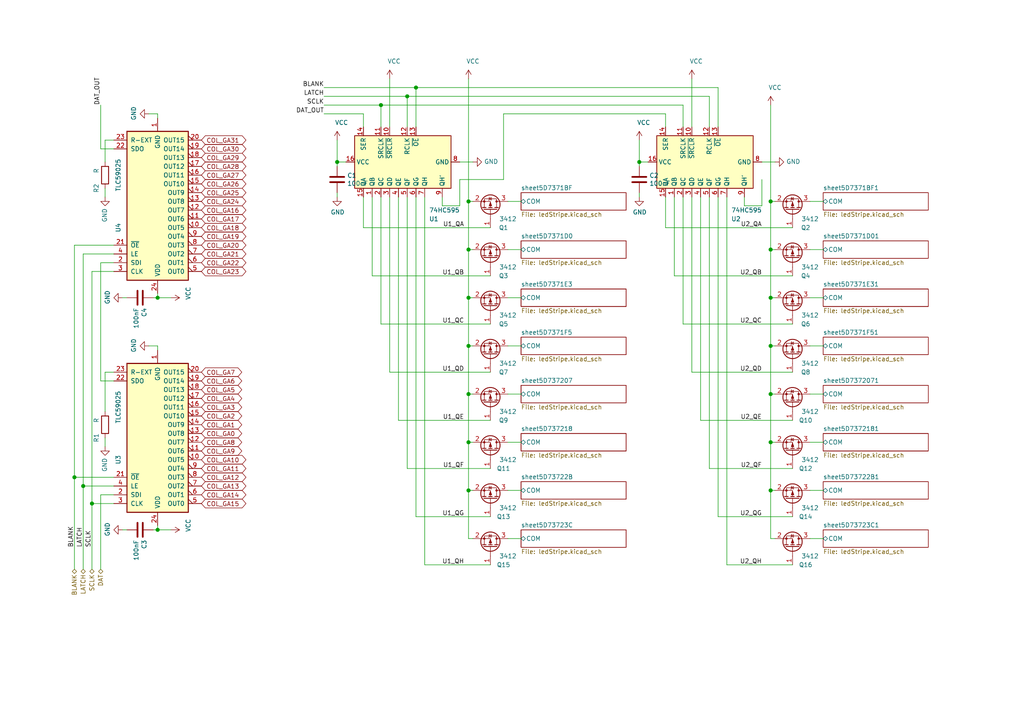
<source format=kicad_sch>
(kicad_sch (version 20200828) (generator eeschema)
  (page 3 20)
  (paper "A4")
  (title_block (title "LED Driver with 12 RGB common anode LEDs") (rev "1.0"))
  (lib_symbols
    (symbol "74xx:74HC595"
      (property "Reference" "U" (at -7.62 13.97 0))
      (property "Value" "74HC595" (at -7.62 -16.51 0))
      (symbol "74HC595_1_1"
        (rectangle (start -7.62 12.7) (end 7.62 -15.24) (stroke (width 0.254)) (fill (type background)))
      )
      (symbol "74HC595_1_0"
        (pin tri_state line (at 10.16 7.62 180) (length 2.54) (name "QB") (number "1"))
        (pin input line (at -10.16 2.54 0) (length 2.54) (name "~SRCLR") (number "10"))
        (pin input line (at -10.16 5.08 0) (length 2.54) (name "SRCLK") (number "11"))
        (pin input line (at -10.16 -2.54 0) (length 2.54) (name "RCLK") (number "12"))
        (pin input line (at -10.16 -5.08 0) (length 2.54) (name "~OE") (number "13"))
        (pin input line (at -10.16 10.16 0) (length 2.54) (name "SER") (number "14"))
        (pin tri_state line (at 10.16 10.16 180) (length 2.54) (name "QA") (number "15"))
        (pin power_in line (at 0 15.24 270) (length 2.54) (name "VCC") (number "16"))
        (pin tri_state line (at 10.16 5.08 180) (length 2.54) (name "QC") (number "2"))
        (pin tri_state line (at 10.16 2.54 180) (length 2.54) (name "QD") (number "3"))
        (pin tri_state line (at 10.16 0 180) (length 2.54) (name "QE") (number "4"))
        (pin tri_state line (at 10.16 -2.54 180) (length 2.54) (name "QF") (number "5"))
        (pin tri_state line (at 10.16 -5.08 180) (length 2.54) (name "QG") (number "6"))
        (pin tri_state line (at 10.16 -7.62 180) (length 2.54) (name "QH") (number "7"))
        (pin power_in line (at 0 -17.78 90) (length 2.54) (name "GND") (number "8"))
        (pin output line (at 10.16 -12.7 180) (length 2.54) (name "QH'") (number "9"))
      )
    )
    (symbol "Device:C" (pin_numbers hide) (pin_names (offset 0.254))
      (property "Reference" "C" (at 0.635 2.54 0))
      (property "Value" "C" (at 0.635 -2.54 0))
      (symbol "C_0_1"
        (polyline (pts (xy -2.032 -0.762) (xy 2.032 -0.762)) (stroke (width 0.508)))
        (polyline (pts (xy -2.032 0.762) (xy 2.032 0.762)) (stroke (width 0.508)))
      )
      (symbol "C_1_1"
        (pin passive line (at 0 3.81 270) (length 2.794) (name "~") (number "1"))
        (pin passive line (at 0 -3.81 90) (length 2.794) (name "~") (number "2"))
      )
    )
    (symbol "Device:Q_PMOS_GSD" (pin_names (offset 0) hide)
      (property "Reference" "Q" (at 5.08 1.27 0))
      (property "Value" "Q_PMOS_GSD" (at 5.08 -1.27 0))
      (symbol "Q_PMOS_GSD_0_1"
        (circle (center 1.651 0) (radius 2.794) (stroke (width 0.254)))
        (circle (center 2.54 -1.778) (radius 0.254) (fill (type outline)))
        (circle (center 2.54 1.778) (radius 0.254) (fill (type outline)))
        (polyline (pts (xy 0.254 0) (xy -2.54 0)))
        (polyline (pts (xy 0.254 1.905) (xy 0.254 -1.905)) (stroke (width 0.254)))
        (polyline (pts (xy 0.762 -1.27) (xy 0.762 -2.286)) (stroke (width 0.254)))
        (polyline (pts (xy 0.762 0.508) (xy 0.762 -0.508)) (stroke (width 0.254)))
        (polyline (pts (xy 0.762 2.286) (xy 0.762 1.27)) (stroke (width 0.254)))
        (polyline (pts (xy 2.54 2.54) (xy 2.54 1.778)))
        (polyline (pts (xy 2.54 -2.54) (xy 2.54 0) (xy 0.762 0)))
        (polyline (pts (xy 0.762 1.778) (xy 3.302 1.778) (xy 3.302 -1.778) (xy 0.762 -1.778)))
        (polyline (pts (xy 2.286 0) (xy 1.27 0.381) (xy 1.27 -0.381) (xy 2.286 0)) (fill (type outline)))
        (polyline (pts (xy 2.794 -0.508) (xy 2.921 -0.381) (xy 3.683 -0.381) (xy 3.81 -0.254)))
        (polyline (pts (xy 3.302 -0.381) (xy 2.921 0.254) (xy 3.683 0.254) (xy 3.302 -0.381)))
      )
      (symbol "Q_PMOS_GSD_1_1"
        (pin input line (at -5.08 0 0) (length 2.54) (name "G") (number "1"))
        (pin passive line (at 2.54 -5.08 90) (length 2.54) (name "S") (number "2"))
        (pin passive line (at 2.54 5.08 270) (length 2.54) (name "D") (number "3"))
      )
    )
    (symbol "Device:R" (pin_numbers hide) (pin_names (offset 0))
      (property "Reference" "R" (at 2.032 0 90))
      (property "Value" "R" (at 0 0 90))
      (symbol "R_0_1"
        (rectangle (start -1.016 -2.54) (end 1.016 2.54) (stroke (width 0.254)))
      )
      (symbol "R_1_1"
        (pin passive line (at 0 3.81 270) (length 1.27) (name "~") (number "1"))
        (pin passive line (at 0 -3.81 90) (length 1.27) (name "~") (number "2"))
      )
    )
    (symbol "panel_r0.1-rescue:TLC59025-gkl_misc" (pin_names (offset 1.016))
      (property "Reference" "U" (at 6.35 24.13 0))
      (property "Value" "TLC59025-gkl_misc" (at 6.35 21.59 0))
      (symbol "TLC59025-gkl_misc_0_1"
        (rectangle (start -8.89 19.05) (end 8.89 -24.13) (stroke (width 0.3302)) (fill (type background)))
      )
      (symbol "TLC59025-gkl_misc_1_1"
        (pin input line (at 0 -27.94 90) (length 3.81) (name "GND") (number "1"))
        (pin output output_low (at 12.7 3.81 180) (length 3.81) (name "OUT5") (number "10"))
        (pin output output_low (at 12.7 1.27 180) (length 3.81) (name "OUT6") (number "11"))
        (pin output output_low (at 12.7 -1.27 180) (length 3.81) (name "OUT7") (number "12"))
        (pin output output_low (at 12.7 -3.81 180) (length 3.81) (name "OUT8") (number "13"))
        (pin output output_low (at 12.7 -6.35 180) (length 3.81) (name "OUT9") (number "14"))
        (pin output output_low (at 12.7 -8.89 180) (length 3.81) (name "OUT10") (number "15"))
        (pin output output_low (at 12.7 -11.43 180) (length 3.81) (name "OUT11") (number "16"))
        (pin output output_low (at 12.7 -13.97 180) (length 3.81) (name "OUT12") (number "17"))
        (pin output output_low (at 12.7 -16.51 180) (length 3.81) (name "OUT13") (number "18"))
        (pin output output_low (at 12.7 -19.05 180) (length 3.81) (name "OUT14") (number "19"))
        (pin input line (at -12.7 13.97 0) (length 3.81) (name "SDI") (number "2"))
        (pin output output_low (at 12.7 -21.59 180) (length 3.81) (name "OUT15") (number "20"))
        (pin input line (at -12.7 8.89 0) (length 3.81) (name "~OE") (number "21"))
        (pin output line (at -12.7 -19.05 0) (length 3.81) (name "SDO") (number "22"))
        (pin input line (at -12.7 -21.59 0) (length 3.81) (name "R-EXT") (number "23"))
        (pin output line (at 0 22.86 270) (length 3.81) (name "VDD") (number "24"))
        (pin input line (at -12.7 16.51 0) (length 3.81) (name "CLK") (number "3"))
        (pin input line (at -12.7 11.43 0) (length 3.81) (name "LE") (number "4"))
        (pin output output_low (at 12.7 16.51 180) (length 3.81) (name "OUT0") (number "5"))
        (pin output output_low (at 12.7 13.97 180) (length 3.81) (name "OUT1") (number "6"))
        (pin output output_low (at 12.7 11.43 180) (length 3.81) (name "OUT2") (number "7"))
        (pin output output_low (at 12.7 8.89 180) (length 3.81) (name "OUT3") (number "8"))
        (pin output output_low (at 12.7 6.35 180) (length 3.81) (name "OUT4") (number "9"))
      )
    )
    (symbol "power:GND" (power) (pin_names (offset 0))
      (property "Value" "GND" (at 0 -3.81 0))
      (symbol "GND_0_1"
        (polyline (pts (xy 0 0) (xy 0 -1.27) (xy 1.27 -1.27) (xy 0 -2.54) (xy -1.27 -1.27) (xy 0 -1.27)))
      )
      (symbol "GND_1_1"
        (pin power_in line (at 0 0 270) (length 0) hide (name "GND") (number "1"))
      )
    )
    (symbol "power:VCC" (power) (pin_names (offset 0))
      (property "Value" "VCC" (at 0 3.81 0))
      (symbol "VCC_0_1"
        (polyline (pts (xy -0.762 1.27) (xy 0 2.54)))
        (polyline (pts (xy 0 0) (xy 0 2.54)))
        (polyline (pts (xy 0 2.54) (xy 0.762 1.27)))
      )
      (symbol "VCC_1_1"
        (pin power_in line (at 0 0 90) (length 0) hide (name "VCC") (number "1"))
      )
    )
  )
  (junction (at 21.59 138.43) (diameter 1.016))
  (junction (at 24.13 140.97) (diameter 1.016))
  (junction (at 26.67 146.05) (diameter 1.016))
  (junction (at 45.72 86.36) (diameter 1.016))
  (junction (at 45.72 153.67) (diameter 1.016))
  (junction (at 97.79 46.99) (diameter 1.016))
  (junction (at 110.49 30.48) (diameter 1.016))
  (junction (at 118.11 27.94) (diameter 1.016))
  (junction (at 120.65 25.4) (diameter 1.016))
  (junction (at 135.89 58.42) (diameter 1.016))
  (junction (at 135.89 72.39) (diameter 1.016))
  (junction (at 135.89 86.36) (diameter 1.016))
  (junction (at 135.89 100.33) (diameter 1.016))
  (junction (at 135.89 114.3) (diameter 1.016))
  (junction (at 135.89 128.27) (diameter 1.016))
  (junction (at 135.89 142.24) (diameter 1.016))
  (junction (at 185.42 46.99) (diameter 1.016))
  (junction (at 223.52 58.42) (diameter 1.016))
  (junction (at 223.52 72.39) (diameter 1.016))
  (junction (at 223.52 86.36) (diameter 1.016))
  (junction (at 223.52 100.33) (diameter 1.016))
  (junction (at 223.52 114.3) (diameter 1.016))
  (junction (at 223.52 128.27) (diameter 1.016))
  (junction (at 223.52 142.24) (diameter 1.016))
  (wire (pts (xy 21.59 71.12) (xy 33.02 71.12)))
  (wire (pts (xy 21.59 138.43) (xy 21.59 71.12)))
  (wire (pts (xy 21.59 138.43) (xy 33.02 138.43)))
  (wire (pts (xy 21.59 165.1) (xy 21.59 138.43)))
  (wire (pts (xy 24.13 73.66) (xy 33.02 73.66)))
  (wire (pts (xy 24.13 140.97) (xy 24.13 73.66)))
  (wire (pts (xy 24.13 165.1) (xy 24.13 140.97)))
  (wire (pts (xy 26.67 78.74) (xy 33.02 78.74)))
  (wire (pts (xy 26.67 146.05) (xy 26.67 78.74)))
  (wire (pts (xy 26.67 165.1) (xy 26.67 146.05)))
  (wire (pts (xy 29.21 43.18) (xy 29.21 30.48)))
  (wire (pts (xy 29.21 110.49) (xy 29.21 76.2)))
  (wire (pts (xy 29.21 143.51) (xy 29.21 165.1)))
  (wire (pts (xy 30.48 40.64) (xy 33.02 40.64)))
  (wire (pts (xy 30.48 46.99) (xy 30.48 40.64)))
  (wire (pts (xy 30.48 54.61) (xy 30.48 57.15)))
  (wire (pts (xy 30.48 107.95) (xy 33.02 107.95)))
  (wire (pts (xy 30.48 119.38) (xy 30.48 107.95)))
  (wire (pts (xy 30.48 127) (xy 30.48 129.54)))
  (wire (pts (xy 33.02 43.18) (xy 29.21 43.18)))
  (wire (pts (xy 33.02 76.2) (xy 29.21 76.2)))
  (wire (pts (xy 33.02 110.49) (xy 29.21 110.49)))
  (wire (pts (xy 33.02 140.97) (xy 24.13 140.97)))
  (wire (pts (xy 33.02 143.51) (xy 29.21 143.51)))
  (wire (pts (xy 33.02 146.05) (xy 26.67 146.05)))
  (wire (pts (xy 35.56 86.36) (xy 36.83 86.36)))
  (wire (pts (xy 35.56 153.67) (xy 36.83 153.67)))
  (wire (pts (xy 44.45 86.36) (xy 45.72 86.36)))
  (wire (pts (xy 44.45 153.67) (xy 45.72 153.67)))
  (wire (pts (xy 45.72 33.02) (xy 43.18 33.02)))
  (wire (pts (xy 45.72 34.29) (xy 45.72 33.02)))
  (wire (pts (xy 45.72 85.09) (xy 45.72 86.36)))
  (wire (pts (xy 45.72 86.36) (xy 49.53 86.36)))
  (wire (pts (xy 45.72 100.33) (xy 43.18 100.33)))
  (wire (pts (xy 45.72 101.6) (xy 45.72 100.33)))
  (wire (pts (xy 45.72 152.4) (xy 45.72 153.67)))
  (wire (pts (xy 45.72 153.67) (xy 49.53 153.67)))
  (wire (pts (xy 97.79 46.99) (xy 97.79 40.64)))
  (wire (pts (xy 97.79 46.99) (xy 97.79 48.26)))
  (wire (pts (xy 97.79 57.15) (xy 97.79 55.88)))
  (wire (pts (xy 100.33 46.99) (xy 97.79 46.99)))
  (wire (pts (xy 105.41 33.02) (xy 93.98 33.02)))
  (wire (pts (xy 105.41 36.83) (xy 105.41 33.02)))
  (wire (pts (xy 105.41 66.04) (xy 105.41 57.15)))
  (wire (pts (xy 105.41 66.04) (xy 142.24 66.04)))
  (wire (pts (xy 107.95 57.15) (xy 107.95 80.01)))
  (wire (pts (xy 107.95 80.01) (xy 142.24 80.01)))
  (wire (pts (xy 110.49 30.48) (xy 93.98 30.48)))
  (wire (pts (xy 110.49 30.48) (xy 198.12 30.48)))
  (wire (pts (xy 110.49 36.83) (xy 110.49 30.48)))
  (wire (pts (xy 110.49 93.98) (xy 110.49 57.15)))
  (wire (pts (xy 110.49 93.98) (xy 142.24 93.98)))
  (wire (pts (xy 113.03 36.83) (xy 113.03 22.86)))
  (wire (pts (xy 113.03 107.95) (xy 113.03 57.15)))
  (wire (pts (xy 113.03 107.95) (xy 142.24 107.95)))
  (wire (pts (xy 115.57 121.92) (xy 115.57 57.15)))
  (wire (pts (xy 115.57 121.92) (xy 142.24 121.92)))
  (wire (pts (xy 118.11 27.94) (xy 93.98 27.94)))
  (wire (pts (xy 118.11 27.94) (xy 205.74 27.94)))
  (wire (pts (xy 118.11 36.83) (xy 118.11 27.94)))
  (wire (pts (xy 118.11 57.15) (xy 118.11 135.89)))
  (wire (pts (xy 118.11 135.89) (xy 142.24 135.89)))
  (wire (pts (xy 120.65 25.4) (xy 93.98 25.4)))
  (wire (pts (xy 120.65 25.4) (xy 208.28 25.4)))
  (wire (pts (xy 120.65 36.83) (xy 120.65 25.4)))
  (wire (pts (xy 120.65 149.86) (xy 120.65 57.15)))
  (wire (pts (xy 120.65 149.86) (xy 142.24 149.86)))
  (wire (pts (xy 123.19 57.15) (xy 123.19 163.83)))
  (wire (pts (xy 123.19 163.83) (xy 142.24 163.83)))
  (wire (pts (xy 128.27 57.15) (xy 128.27 59.69)))
  (wire (pts (xy 128.27 59.69) (xy 133.35 59.69)))
  (wire (pts (xy 133.35 52.07) (xy 146.05 52.07)))
  (wire (pts (xy 133.35 59.69) (xy 133.35 52.07)))
  (wire (pts (xy 135.89 58.42) (xy 135.89 22.86)))
  (wire (pts (xy 135.89 58.42) (xy 135.89 72.39)))
  (wire (pts (xy 135.89 72.39) (xy 135.89 86.36)))
  (wire (pts (xy 135.89 86.36) (xy 135.89 100.33)))
  (wire (pts (xy 135.89 100.33) (xy 135.89 114.3)))
  (wire (pts (xy 135.89 114.3) (xy 135.89 128.27)))
  (wire (pts (xy 135.89 128.27) (xy 135.89 142.24)))
  (wire (pts (xy 135.89 142.24) (xy 135.89 156.21)))
  (wire (pts (xy 137.16 46.99) (xy 133.35 46.99)))
  (wire (pts (xy 137.16 58.42) (xy 135.89 58.42)))
  (wire (pts (xy 137.16 72.39) (xy 135.89 72.39)))
  (wire (pts (xy 137.16 86.36) (xy 135.89 86.36)))
  (wire (pts (xy 137.16 100.33) (xy 135.89 100.33)))
  (wire (pts (xy 137.16 114.3) (xy 135.89 114.3)))
  (wire (pts (xy 137.16 128.27) (xy 135.89 128.27)))
  (wire (pts (xy 137.16 142.24) (xy 135.89 142.24)))
  (wire (pts (xy 137.16 156.21) (xy 135.89 156.21)))
  (wire (pts (xy 146.05 33.02) (xy 193.04 33.02)))
  (wire (pts (xy 146.05 52.07) (xy 146.05 33.02)))
  (wire (pts (xy 147.32 58.42) (xy 151.13 58.42)))
  (wire (pts (xy 147.32 72.39) (xy 151.13 72.39)))
  (wire (pts (xy 147.32 86.36) (xy 151.13 86.36)))
  (wire (pts (xy 147.32 100.33) (xy 151.13 100.33)))
  (wire (pts (xy 147.32 114.3) (xy 151.13 114.3)))
  (wire (pts (xy 147.32 128.27) (xy 151.13 128.27)))
  (wire (pts (xy 147.32 142.24) (xy 151.13 142.24)))
  (wire (pts (xy 147.32 156.21) (xy 151.13 156.21)))
  (wire (pts (xy 185.42 46.99) (xy 185.42 40.64)))
  (wire (pts (xy 185.42 46.99) (xy 185.42 48.26)))
  (wire (pts (xy 185.42 57.15) (xy 185.42 55.88)))
  (wire (pts (xy 187.96 46.99) (xy 185.42 46.99)))
  (wire (pts (xy 193.04 36.83) (xy 193.04 33.02)))
  (wire (pts (xy 193.04 66.04) (xy 193.04 57.15)))
  (wire (pts (xy 193.04 66.04) (xy 229.87 66.04)))
  (wire (pts (xy 195.58 57.15) (xy 195.58 80.01)))
  (wire (pts (xy 195.58 80.01) (xy 229.87 80.01)))
  (wire (pts (xy 198.12 36.83) (xy 198.12 30.48)))
  (wire (pts (xy 198.12 93.98) (xy 198.12 57.15)))
  (wire (pts (xy 198.12 93.98) (xy 229.87 93.98)))
  (wire (pts (xy 200.66 36.83) (xy 200.66 22.86)))
  (wire (pts (xy 200.66 107.95) (xy 200.66 57.15)))
  (wire (pts (xy 200.66 107.95) (xy 229.87 107.95)))
  (wire (pts (xy 203.2 121.92) (xy 203.2 57.15)))
  (wire (pts (xy 203.2 121.92) (xy 229.87 121.92)))
  (wire (pts (xy 205.74 36.83) (xy 205.74 27.94)))
  (wire (pts (xy 205.74 57.15) (xy 205.74 135.89)))
  (wire (pts (xy 205.74 135.89) (xy 229.87 135.89)))
  (wire (pts (xy 208.28 36.83) (xy 208.28 25.4)))
  (wire (pts (xy 208.28 149.86) (xy 208.28 57.15)))
  (wire (pts (xy 208.28 149.86) (xy 229.87 149.86)))
  (wire (pts (xy 210.82 57.15) (xy 210.82 163.83)))
  (wire (pts (xy 210.82 163.83) (xy 229.87 163.83)))
  (wire (pts (xy 215.9 57.15) (xy 215.9 59.69)))
  (wire (pts (xy 215.9 59.69) (xy 220.98 59.69)))
  (wire (pts (xy 220.98 59.69) (xy 220.98 52.07)))
  (wire (pts (xy 223.52 30.48) (xy 223.52 58.42)))
  (wire (pts (xy 223.52 58.42) (xy 223.52 72.39)))
  (wire (pts (xy 223.52 72.39) (xy 223.52 86.36)))
  (wire (pts (xy 223.52 86.36) (xy 223.52 100.33)))
  (wire (pts (xy 223.52 100.33) (xy 223.52 114.3)))
  (wire (pts (xy 223.52 114.3) (xy 223.52 128.27)))
  (wire (pts (xy 223.52 128.27) (xy 223.52 142.24)))
  (wire (pts (xy 223.52 142.24) (xy 223.52 156.21)))
  (wire (pts (xy 224.79 46.99) (xy 220.98 46.99)))
  (wire (pts (xy 224.79 58.42) (xy 223.52 58.42)))
  (wire (pts (xy 224.79 72.39) (xy 223.52 72.39)))
  (wire (pts (xy 224.79 86.36) (xy 223.52 86.36)))
  (wire (pts (xy 224.79 100.33) (xy 223.52 100.33)))
  (wire (pts (xy 224.79 114.3) (xy 223.52 114.3)))
  (wire (pts (xy 224.79 128.27) (xy 223.52 128.27)))
  (wire (pts (xy 224.79 142.24) (xy 223.52 142.24)))
  (wire (pts (xy 224.79 156.21) (xy 223.52 156.21)))
  (wire (pts (xy 234.95 58.42) (xy 238.76 58.42)))
  (wire (pts (xy 234.95 72.39) (xy 238.76 72.39)))
  (wire (pts (xy 234.95 86.36) (xy 238.76 86.36)))
  (wire (pts (xy 234.95 100.33) (xy 238.76 100.33)))
  (wire (pts (xy 234.95 114.3) (xy 238.76 114.3)))
  (wire (pts (xy 234.95 128.27) (xy 238.76 128.27)))
  (wire (pts (xy 234.95 142.24) (xy 238.76 142.24)))
  (wire (pts (xy 234.95 156.21) (xy 238.76 156.21)))
  (label "BLANK" (at 21.59 158.75 90))
  (label "LATCH" (at 24.13 158.75 90))
  (label "SCLK" (at 26.67 158.75 90))
  (label "DAT_OUT" (at 29.21 30.48 90))
  (label "BLANK" (at 93.98 25.4 180))
  (label "LATCH" (at 93.98 27.94 180))
  (label "SCLK" (at 93.98 30.48 180))
  (label "DAT_OUT" (at 93.98 33.02 180))
  (label "U1_QA" (at 134.62 66.04 180))
  (label "U1_QB" (at 134.62 80.01 180))
  (label "U1_QC" (at 134.62 93.98 180))
  (label "U1_QD" (at 134.62 107.95 180))
  (label "U1_QE" (at 134.62 121.92 180))
  (label "U1_QF" (at 134.62 135.89 180))
  (label "U1_QG" (at 134.62 149.86 180))
  (label "U1_QH" (at 134.62 163.83 180))
  (label "U2_QA" (at 220.98 66.04 180))
  (label "U2_QB" (at 220.98 80.01 180))
  (label "U2_QC" (at 220.98 93.98 180))
  (label "U2_QD" (at 220.98 107.95 180))
  (label "U2_QE" (at 220.98 121.92 180))
  (label "U2_QF" (at 220.98 135.89 180))
  (label "U2_QG" (at 220.98 149.86 180))
  (label "U2_QH" (at 220.98 163.83 180))
  (global_label "COL_GA31" (shape bidirectional) (at 58.42 40.64 0))
  (global_label "COL_GA30" (shape bidirectional) (at 58.42 43.18 0))
  (global_label "COL_GA29" (shape bidirectional) (at 58.42 45.72 0))
  (global_label "COL_GA28" (shape bidirectional) (at 58.42 48.26 0))
  (global_label "COL_GA27" (shape bidirectional) (at 58.42 50.8 0))
  (global_label "COL_GA26" (shape bidirectional) (at 58.42 53.34 0))
  (global_label "COL_GA25" (shape bidirectional) (at 58.42 55.88 0))
  (global_label "COL_GA24" (shape bidirectional) (at 58.42 58.42 0))
  (global_label "COL_GA16" (shape bidirectional) (at 58.42 60.96 0))
  (global_label "COL_GA17" (shape bidirectional) (at 58.42 63.5 0))
  (global_label "COL_GA18" (shape bidirectional) (at 58.42 66.04 0))
  (global_label "COL_GA19" (shape bidirectional) (at 58.42 68.58 0))
  (global_label "COL_GA20" (shape bidirectional) (at 58.42 71.12 0))
  (global_label "COL_GA21" (shape bidirectional) (at 58.42 73.66 0))
  (global_label "COL_GA22" (shape bidirectional) (at 58.42 76.2 0))
  (global_label "COL_GA23" (shape bidirectional) (at 58.42 78.74 0))
  (global_label "COL_GA7" (shape bidirectional) (at 58.42 107.95 0))
  (global_label "COL_GA6" (shape bidirectional) (at 58.42 110.49 0))
  (global_label "COL_GA5" (shape bidirectional) (at 58.42 113.03 0))
  (global_label "COL_GA4" (shape bidirectional) (at 58.42 115.57 0))
  (global_label "COL_GA3" (shape bidirectional) (at 58.42 118.11 0))
  (global_label "COL_GA2" (shape bidirectional) (at 58.42 120.65 0))
  (global_label "COL_GA1" (shape bidirectional) (at 58.42 123.19 0))
  (global_label "COL_GA0" (shape bidirectional) (at 58.42 125.73 0))
  (global_label "COL_GA8" (shape bidirectional) (at 58.42 128.27 0))
  (global_label "COL_GA9" (shape bidirectional) (at 58.42 130.81 0))
  (global_label "COL_GA10" (shape bidirectional) (at 58.42 133.35 0))
  (global_label "COL_GA11" (shape bidirectional) (at 58.42 135.89 0))
  (global_label "COL_GA12" (shape bidirectional) (at 58.42 138.43 0))
  (global_label "COL_GA13" (shape bidirectional) (at 58.42 140.97 0))
  (global_label "COL_GA14" (shape bidirectional) (at 58.42 143.51 0))
  (global_label "COL_GA15" (shape bidirectional) (at 58.42 146.05 0))
  (hierarchical_label "BLANK" (shape bidirectional) (at 21.59 165.1 270))
  (hierarchical_label "LATCH" (shape bidirectional) (at 24.13 165.1 270))
  (hierarchical_label "SCLK" (shape bidirectional) (at 26.67 165.1 270))
  (hierarchical_label "DAT" (shape bidirectional) (at 29.21 165.1 270))
  (symbol (lib_id "power:VCC") (at 49.53 86.36 270) (mirror x) (unit 1)
    (property "Reference" "#PWR010" (effects hide))
    (property "Value" "VCC" (at 54.61 85.09 0))
  )
  (symbol (lib_id "power:VCC") (at 49.53 153.67 270) (mirror x) (unit 1)
    (property "Reference" "#PWR09" (effects hide))
    (property "Value" "VCC" (at 54.61 152.4 0))
  )
  (symbol (lib_id "power:VCC") (at 97.79 40.64 0) (unit 1)
    (property "Reference" "#PWR0104" (effects hide))
    (property "Value" "VCC" (at 99.06 35.56 0))
  )
  (symbol (lib_id "power:VCC") (at 113.03 22.86 0) (unit 1)
    (property "Reference" "#PWR0106" (effects hide))
    (property "Value" "VCC" (at 114.3 17.78 0))
  )
  (symbol (lib_id "power:VCC") (at 135.89 22.86 0) (unit 1)
    (property "Reference" "#PWR0105" (effects hide))
    (property "Value" "VCC" (at 137.16 17.78 0))
  )
  (symbol (lib_id "power:VCC") (at 185.42 40.64 0) (unit 1)
    (property "Reference" "#PWR0102" (effects hide))
    (property "Value" "VCC" (at 186.69 35.56 0))
  )
  (symbol (lib_id "power:VCC") (at 200.66 22.86 0) (unit 1)
    (property "Reference" "#PWR0103" (effects hide))
    (property "Value" "VCC" (at 201.93 17.78 0))
  )
  (symbol (lib_id "power:VCC") (at 223.52 30.48 0) (unit 1)
    (property "Reference" "#PWR0101" (effects hide))
    (property "Value" "VCC" (at 224.79 25.4 0))
  )
  (symbol (lib_id "power:GND") (at 30.48 57.15 0) (mirror y) (unit 1)
    (property "Reference" "#PWR016" (effects hide))
    (property "Value" "GND" (at 30.353 60.4012 90) (effects (justify right)))
  )
  (symbol (lib_id "power:GND") (at 30.48 129.54 0) (mirror y) (unit 1)
    (property "Reference" "#PWR015" (effects hide))
    (property "Value" "GND" (at 30.353 132.7912 90) (effects (justify right)))
  )
  (symbol (lib_id "power:GND") (at 35.56 86.36 270) (mirror x) (unit 1)
    (property "Reference" "#PWR014" (effects hide))
    (property "Value" "GND" (at 31.1658 86.233 0))
  )
  (symbol (lib_id "power:GND") (at 35.56 153.67 270) (mirror x) (unit 1)
    (property "Reference" "#PWR013" (effects hide))
    (property "Value" "GND" (at 31.1658 153.543 0))
  )
  (symbol (lib_id "power:GND") (at 43.18 33.02 270) (mirror x) (unit 1)
    (property "Reference" "#PWR012" (effects hide))
    (property "Value" "GND" (at 38.7858 32.893 0))
  )
  (symbol (lib_id "power:GND") (at 43.18 100.33 270) (mirror x) (unit 1)
    (property "Reference" "#PWR011" (effects hide))
    (property "Value" "GND" (at 38.7858 100.203 0))
  )
  (symbol (lib_id "power:GND") (at 97.79 57.15 0) (unit 1)
    (property "Reference" "#PWR07" (effects hide))
    (property "Value" "GND" (at 97.917 61.5442 0))
  )
  (symbol (lib_id "power:GND") (at 137.16 46.99 90) (unit 1)
    (property "Reference" "#PWR05" (effects hide))
    (property "Value" "GND" (at 140.4112 46.863 90) (effects (justify right)))
  )
  (symbol (lib_id "power:GND") (at 185.42 57.15 0) (unit 1)
    (property "Reference" "#PWR08" (effects hide))
    (property "Value" "GND" (at 185.547 61.5442 0))
  )
  (symbol (lib_id "power:GND") (at 224.79 46.99 90) (unit 1)
    (property "Reference" "#PWR06" (effects hide))
    (property "Value" "GND" (at 228.0412 46.863 90) (effects (justify right)))
  )
  (symbol (lib_id "Device:R") (at 30.48 50.8 0) (mirror y) (unit 1)
    (property "Reference" "R2" (at 27.94 54.61 90))
    (property "Value" "R" (at 27.94 49.53 90))
    (property "Footprint" "Resistor_SMD:R_0603_1608Metric" (effects hide))
    (property "LCSC" "C23186" (effects hide))
  )
  (symbol (lib_id "Device:R") (at 30.48 123.19 0) (mirror y) (unit 1)
    (property "Reference" "R1" (at 27.94 127 90))
    (property "Value" "R" (at 27.94 121.92 90))
    (property "Footprint" "Resistor_SMD:R_0603_1608Metric" (effects hide))
    (property "LCSC" "C23186" (effects hide))
  )
  (symbol (lib_id "Device:C") (at 40.64 86.36 270) (mirror x) (unit 1)
    (property "Reference" "C4" (at 41.8084 89.2556 0) (effects (justify right)))
    (property "Value" "100nF" (at 39.497 89.2556 0) (effects (justify right)))
    (property "Footprint" "Capacitor_SMD:C_0603_1608Metric" (effects hide))
    (property "LCSC" "C14663" (effects hide))
  )
  (symbol (lib_id "Device:C") (at 40.64 153.67 270) (mirror x) (unit 1)
    (property "Reference" "C3" (at 41.8084 156.5656 0) (effects (justify right)))
    (property "Value" "100nF" (at 39.497 156.5656 0) (effects (justify right)))
    (property "Footprint" "Capacitor_SMD:C_0603_1608Metric" (effects hide))
    (property "LCSC" "C14663" (effects hide))
  )
  (symbol (lib_id "Device:C") (at 97.79 52.07 0) (unit 1)
    (property "Reference" "C1" (at 100.711 50.9016 0) (effects (justify left)))
    (property "Value" "100nF" (at 100.711 53.213 0) (effects (justify left)))
    (property "Footprint" "Capacitor_SMD:C_0603_1608Metric" (effects hide))
    (property "LCSC" "C14663" (effects hide))
  )
  (symbol (lib_id "Device:C") (at 185.42 52.07 0) (unit 1)
    (property "Reference" "C2" (at 188.341 50.9016 0) (effects (justify left)))
    (property "Value" "100nF" (at 188.341 53.213 0) (effects (justify left)))
    (property "Footprint" "Capacitor_SMD:C_0603_1608Metric" (effects hide))
    (property "LCSC" "C14663" (effects hide))
  )
  (symbol (lib_id "Device:Q_PMOS_GSD") (at 142.24 60.96 270) (mirror x) (unit 1)
    (property "Reference" "Q1" (at 146.05 66.04 90))
    (property "Value" "3412" (at 147.32 63.5 90))
    (property "Footprint" "Package_TO_SOT_SMD:SOT-23" (effects hide))
    (property "LCSC" "C15127" (effects hide))
  )
  (symbol (lib_id "Device:Q_PMOS_GSD") (at 142.24 74.93 270) (mirror x) (unit 1)
    (property "Reference" "Q3" (at 146.05 80.01 90))
    (property "Value" "3412" (at 147.32 77.47 90))
    (property "Footprint" "Package_TO_SOT_SMD:SOT-23" (effects hide))
    (property "LCSC" "C15127" (effects hide))
  )
  (symbol (lib_id "Device:Q_PMOS_GSD") (at 142.24 88.9 270) (mirror x) (unit 1)
    (property "Reference" "Q5" (at 146.05 93.98 90))
    (property "Value" "3412" (at 147.32 91.44 90))
    (property "Footprint" "Package_TO_SOT_SMD:SOT-23" (effects hide))
    (property "LCSC" "C15127" (effects hide))
  )
  (symbol (lib_id "Device:Q_PMOS_GSD") (at 142.24 102.87 270) (mirror x) (unit 1)
    (property "Reference" "Q7" (at 146.05 107.95 90))
    (property "Value" "3412" (at 147.32 105.41 90))
    (property "Footprint" "Package_TO_SOT_SMD:SOT-23" (effects hide))
    (property "LCSC" "C15127" (effects hide))
  )
  (symbol (lib_id "Device:Q_PMOS_GSD") (at 142.24 116.84 270) (mirror x) (unit 1)
    (property "Reference" "Q9" (at 146.05 121.92 90))
    (property "Value" "3412" (at 147.32 119.38 90))
    (property "Footprint" "Package_TO_SOT_SMD:SOT-23" (effects hide))
    (property "LCSC" "C15127" (effects hide))
  )
  (symbol (lib_id "Device:Q_PMOS_GSD") (at 142.24 130.81 270) (mirror x) (unit 1)
    (property "Reference" "Q11" (at 146.05 135.89 90))
    (property "Value" "3412" (at 147.32 133.35 90))
    (property "Footprint" "Package_TO_SOT_SMD:SOT-23" (effects hide))
    (property "LCSC" "C15127" (effects hide))
  )
  (symbol (lib_id "Device:Q_PMOS_GSD") (at 142.24 144.78 270) (mirror x) (unit 1)
    (property "Reference" "Q13" (at 146.05 149.86 90))
    (property "Value" "3412" (at 147.32 147.32 90))
    (property "Footprint" "Package_TO_SOT_SMD:SOT-23" (effects hide))
    (property "LCSC" "C15127" (effects hide))
  )
  (symbol (lib_id "Device:Q_PMOS_GSD") (at 142.24 158.75 270) (mirror x) (unit 1)
    (property "Reference" "Q15" (at 146.05 163.83 90))
    (property "Value" "3412" (at 147.32 161.29 90))
    (property "Footprint" "Package_TO_SOT_SMD:SOT-23" (effects hide))
    (property "LCSC" "C15127" (effects hide))
  )
  (symbol (lib_id "Device:Q_PMOS_GSD") (at 229.87 60.96 270) (mirror x) (unit 1)
    (property "Reference" "Q2" (at 233.68 66.04 90))
    (property "Value" "3412" (at 234.95 63.5 90))
    (property "Footprint" "Package_TO_SOT_SMD:SOT-23" (effects hide))
    (property "LCSC" "C15127" (effects hide))
  )
  (symbol (lib_id "Device:Q_PMOS_GSD") (at 229.87 74.93 270) (mirror x) (unit 1)
    (property "Reference" "Q4" (at 233.68 80.01 90))
    (property "Value" "3412" (at 234.95 77.47 90))
    (property "Footprint" "Package_TO_SOT_SMD:SOT-23" (effects hide))
    (property "LCSC" "C15127" (effects hide))
  )
  (symbol (lib_id "Device:Q_PMOS_GSD") (at 229.87 88.9 270) (mirror x) (unit 1)
    (property "Reference" "Q6" (at 233.68 93.98 90))
    (property "Value" "3412" (at 234.95 91.44 90))
    (property "Footprint" "Package_TO_SOT_SMD:SOT-23" (effects hide))
    (property "LCSC" "C15127" (effects hide))
  )
  (symbol (lib_id "Device:Q_PMOS_GSD") (at 229.87 102.87 270) (mirror x) (unit 1)
    (property "Reference" "Q8" (at 233.68 107.95 90))
    (property "Value" "3412" (at 234.95 105.41 90))
    (property "Footprint" "Package_TO_SOT_SMD:SOT-23" (effects hide))
    (property "LCSC" "C15127" (effects hide))
  )
  (symbol (lib_id "Device:Q_PMOS_GSD") (at 229.87 116.84 270) (mirror x) (unit 1)
    (property "Reference" "Q10" (at 233.68 121.92 90))
    (property "Value" "3412" (at 234.95 119.38 90))
    (property "Footprint" "Package_TO_SOT_SMD:SOT-23" (effects hide))
    (property "LCSC" "C15127" (effects hide))
  )
  (symbol (lib_id "Device:Q_PMOS_GSD") (at 229.87 130.81 270) (mirror x) (unit 1)
    (property "Reference" "Q12" (at 233.68 135.89 90))
    (property "Value" "3412" (at 234.95 133.35 90))
    (property "Footprint" "Package_TO_SOT_SMD:SOT-23" (effects hide))
    (property "LCSC" "C15127" (effects hide))
  )
  (symbol (lib_id "Device:Q_PMOS_GSD") (at 229.87 144.78 270) (mirror x) (unit 1)
    (property "Reference" "Q14" (at 233.68 149.86 90))
    (property "Value" "3412" (at 234.95 147.32 90))
    (property "Footprint" "Package_TO_SOT_SMD:SOT-23" (effects hide))
    (property "LCSC" "C15127" (effects hide))
  )
  (symbol (lib_id "Device:Q_PMOS_GSD") (at 229.87 158.75 270) (mirror x) (unit 1)
    (property "Reference" "Q16" (at 233.68 163.83 90))
    (property "Value" "3412" (at 234.95 161.29 90))
    (property "Footprint" "Package_TO_SOT_SMD:SOT-23" (effects hide))
    (property "LCSC" "C15127" (effects hide))
  )
  (symbol (lib_id "74xx:74HC595") (at 115.57 46.99 90) (mirror x) (unit 1)
    (property "Reference" "U1" (at 124.46 63.5 90) (effects (justify right)))
    (property "Value" "74HC595" (at 124.46 60.96 90) (effects (justify right)))
    (property "Footprint" "Package_SO:TSSOP-16_4.4x5mm_P0.65mm" (effects hide))
    (property "Datasheet" "http://www.ti.com/lit/ds/symlink/sn74hc595.pdf" (effects hide))
    (property "LCSC" "C5948" (effects hide))
  )
  (symbol (lib_id "74xx:74HC595") (at 203.2 46.99 90) (mirror x) (unit 1)
    (property "Reference" "U2" (at 212.09 63.5 90) (effects (justify right)))
    (property "Value" "74HC595" (at 212.09 60.96 90) (effects (justify right)))
    (property "Footprint" "Package_SO:TSSOP-16_4.4x5mm_P0.65mm" (effects hide))
    (property "Datasheet" "http://www.ti.com/lit/ds/symlink/sn74hc595.pdf" (effects hide))
    (property "LCSC" "C5948" (effects hide))
  )
  (symbol (lib_id "panel_r0.1-rescue:TLC59025-gkl_misc") (at 45.72 62.23 0) (mirror x) (unit 1)
    (property "Reference" "U4" (at 34.29 66.04 90))
    (property "Value" "TLC59025" (at 34.29 50.8 90))
    (property "Footprint" "Package_SO:SSOP-24_3.9x8.7mm_P0.635mm" (effects hide))
    (property "LCSC" "DNP" (effects hide))
  )
  (symbol (lib_id "panel_r0.1-rescue:TLC59025-gkl_misc") (at 45.72 129.54 0) (mirror x) (unit 1)
    (property "Reference" "U3" (at 34.29 133.35 90))
    (property "Value" "TLC59025" (at 34.29 118.11 90))
    (property "Footprint" "Package_SO:SSOP-24_3.9x8.7mm_P0.635mm" (effects hide))
    (property "LCSC" "DNP" (effects hide))
  )
  (sheet (at 151.13 55.88) (size 30.48 5.08)
    (property "Sheet name" "sheet5D7371BF" (at 151.13 55.2445 0) (effects (justify left bottom)))
    (property "Sheet file" "ledStripe.kicad_sch" (at 151.13 61.4685 0) (effects (justify left top)))
    (pin "COM" bidirectional (at 151.13 58.42 180))
  )
  (sheet (at 238.76 55.88) (size 30.48 5.08)
    (property "Sheet name" "sheet5D7371BF1" (at 238.76 55.2445 0) (effects (justify left bottom)))
    (property "Sheet file" "ledStripe.kicad_sch" (at 238.76 61.4685 0) (effects (justify left top)))
    (pin "COM" bidirectional (at 238.76 58.42 180))
  )
  (sheet (at 151.13 69.85) (size 30.48 5.08)
    (property "Sheet name" "sheet5D7371D0" (at 151.13 69.2145 0) (effects (justify left bottom)))
    (property "Sheet file" "ledStripe.kicad_sch" (at 151.13 75.4385 0) (effects (justify left top)))
    (pin "COM" bidirectional (at 151.13 72.39 180))
  )
  (sheet (at 238.76 69.85) (size 30.48 5.08)
    (property "Sheet name" "sheet5D7371D01" (at 238.76 69.2145 0) (effects (justify left bottom)))
    (property "Sheet file" "ledStripe.kicad_sch" (at 238.76 75.4385 0) (effects (justify left top)))
    (pin "COM" bidirectional (at 238.76 72.39 180))
  )
  (sheet (at 151.13 83.82) (size 30.48 5.08)
    (property "Sheet name" "sheet5D7371E3" (at 151.13 83.1845 0) (effects (justify left bottom)))
    (property "Sheet file" "ledStripe.kicad_sch" (at 151.13 89.4085 0) (effects (justify left top)))
    (pin "COM" bidirectional (at 151.13 86.36 180))
  )
  (sheet (at 238.76 83.82) (size 30.48 5.08)
    (property "Sheet name" "sheet5D7371E31" (at 238.76 83.1845 0) (effects (justify left bottom)))
    (property "Sheet file" "ledStripe.kicad_sch" (at 238.76 89.4085 0) (effects (justify left top)))
    (pin "COM" bidirectional (at 238.76 86.36 180))
  )
  (sheet (at 151.13 97.79) (size 30.48 5.08)
    (property "Sheet name" "sheet5D7371F5" (at 151.13 97.1545 0) (effects (justify left bottom)))
    (property "Sheet file" "ledStripe.kicad_sch" (at 151.13 103.3785 0) (effects (justify left top)))
    (pin "COM" bidirectional (at 151.13 100.33 180))
  )
  (sheet (at 238.76 97.79) (size 30.48 5.08)
    (property "Sheet name" "sheet5D7371F51" (at 238.76 97.1545 0) (effects (justify left bottom)))
    (property "Sheet file" "ledStripe.kicad_sch" (at 238.76 103.3785 0) (effects (justify left top)))
    (pin "COM" bidirectional (at 238.76 100.33 180))
  )
  (sheet (at 151.13 111.76) (size 30.48 5.08)
    (property "Sheet name" "sheet5D737207" (at 151.13 111.1245 0) (effects (justify left bottom)))
    (property "Sheet file" "ledStripe.kicad_sch" (at 151.13 117.3485 0) (effects (justify left top)))
    (pin "COM" bidirectional (at 151.13 114.3 180))
  )
  (sheet (at 238.76 111.76) (size 30.48 5.08)
    (property "Sheet name" "sheet5D7372071" (at 238.76 111.1245 0) (effects (justify left bottom)))
    (property "Sheet file" "ledStripe.kicad_sch" (at 238.76 117.3485 0) (effects (justify left top)))
    (pin "COM" bidirectional (at 238.76 114.3 180))
  )
  (sheet (at 151.13 125.73) (size 30.48 5.08)
    (property "Sheet name" "sheet5D737218" (at 151.13 125.0945 0) (effects (justify left bottom)))
    (property "Sheet file" "ledStripe.kicad_sch" (at 151.13 131.3185 0) (effects (justify left top)))
    (pin "COM" bidirectional (at 151.13 128.27 180))
  )
  (sheet (at 238.76 125.73) (size 30.48 5.08)
    (property "Sheet name" "sheet5D7372181" (at 238.76 125.0945 0) (effects (justify left bottom)))
    (property "Sheet file" "ledStripe.kicad_sch" (at 238.76 131.3185 0) (effects (justify left top)))
    (pin "COM" bidirectional (at 238.76 128.27 180))
  )
  (sheet (at 151.13 139.7) (size 30.48 5.08)
    (property "Sheet name" "sheet5D73722B" (at 151.13 139.0645 0) (effects (justify left bottom)))
    (property "Sheet file" "ledStripe.kicad_sch" (at 151.13 145.2885 0) (effects (justify left top)))
    (pin "COM" bidirectional (at 151.13 142.24 180))
  )
  (sheet (at 238.76 139.7) (size 30.48 5.08)
    (property "Sheet name" "sheet5D73722B1" (at 238.76 139.0645 0) (effects (justify left bottom)))
    (property "Sheet file" "ledStripe.kicad_sch" (at 238.76 145.2885 0) (effects (justify left top)))
    (pin "COM" bidirectional (at 238.76 142.24 180))
  )
  (sheet (at 151.13 153.67) (size 30.48 5.08)
    (property "Sheet name" "sheet5D73723C" (at 151.13 153.0345 0) (effects (justify left bottom)))
    (property "Sheet file" "ledStripe.kicad_sch" (at 151.13 159.2585 0) (effects (justify left top)))
    (pin "COM" bidirectional (at 151.13 156.21 180))
  )
  (sheet (at 238.76 153.67) (size 30.48 5.08)
    (property "Sheet name" "sheet5D73723C1" (at 238.76 153.0345 0) (effects (justify left bottom)))
    (property "Sheet file" "ledStripe.kicad_sch" (at 238.76 159.2585 0) (effects (justify left top)))
    (pin "COM" bidirectional (at 238.76 156.21 180))
  )
)
</source>
